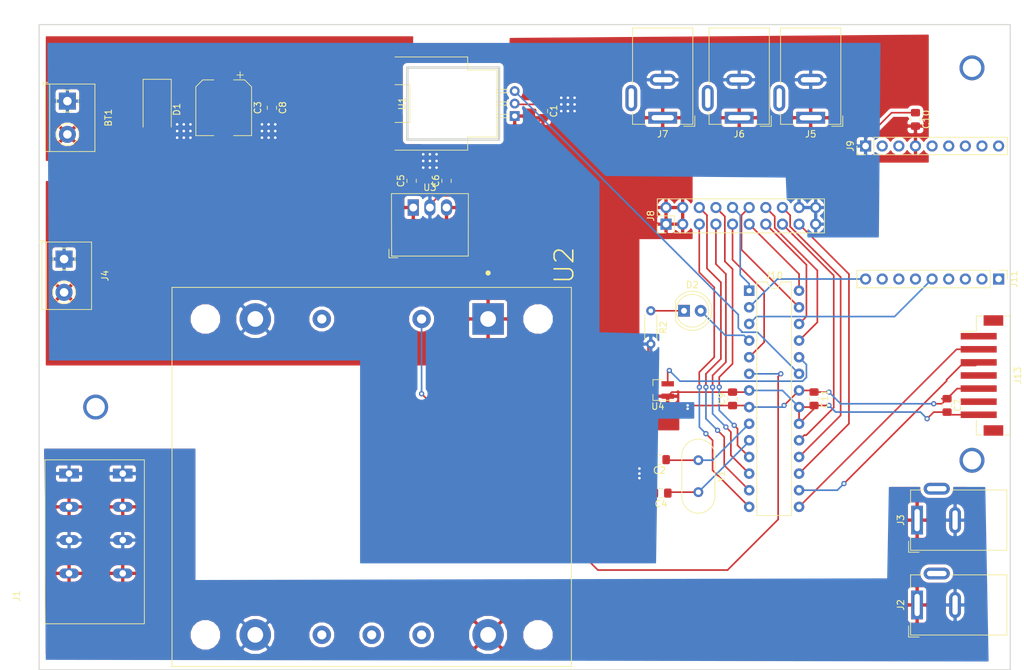
<source format=kicad_pcb>
(kicad_pcb (version 20171130) (host pcbnew "(5.0.0)")
  (layers (0 F.Cu signal) (31 B.Cu signal) (34 B.Paste user) (35 F.Paste user) (36 B.SilkS user) (37 F.SilkS user) (38 B.Mask user) (39 F.Mask user) (44 Edge.Cuts user))
  (net 0 "")
  (net 1 "Net-(C2-Pad1)")
  (net 2 "Net-(C4-Pad1)")
  (net 3 "Net-(D2-Pad1)")
  (net 4 12v-)
  (net 5 12v+)
  (net 6 24v)
  (net 7 "Net-(J10-Pad14)")
  (net 8 "Net-(J10-Pad13)")
  (net 9 "Net-(J10-Pad12)")
  (net 10 "Net-(J10-Pad11)")
  (net 11 "Net-(J10-Pad5)")
  (net 12 Rx)
  (net 13 Tx)
  (net 14 ISense)
  (net 15 TempSense)
  (net 16 "Net-(J10-Pad25)")
  (net 17 "Net-(J10-Pad26)")
  (net 18 "Net-(J10-Pad1)")
  (net 19 "Net-(J10-Pad17)")
  (net 20 "Net-(J10-Pad18)")
  (net 21 "Net-(J10-Pad19)")
  (net 22 RX1)
  (net 23 TX1)
  (net 24 5v+)
  (net 25 "Net-(BT1-Pad2)")
  (net 26 "Net-(D2-Pad2)")
  (net 27 ONoff)
  (net 28 GND)
  (net 29 "Net-(J10-Pad28)")
  (net 30 "Net-(J10-Pad27)")
  (module Package_DIP:DIP-28_W7.62mm (layer F.Cu) (at 129.032 72.898)
    (fp_text reference J10 (at 3.81 -2.33) (layer F.SilkS))
    (fp_text value "Atmega Holder")
    (pad 1 thru_hole rect (at 0 0) (size 1.6 1.6) (drill 0.8) (layers *.Cu *.Mask) (net 18 "Net-(J10-Pad1)"))
    (pad 15 thru_hole oval (at 7.62 33.02) (size 1.6 1.6) (drill 0.8) (layers *.Cu *.Mask) (net 22 RX1))
    (pad 2 thru_hole oval (at 0 2.54) (size 1.6 1.6) (drill 0.8) (layers *.Cu *.Mask) (net 12 Rx))
    (pad 16 thru_hole oval (at 7.62 30.48) (size 1.6 1.6) (drill 0.8) (layers *.Cu *.Mask) (net 23 TX1))
    (pad 3 thru_hole oval (at 0 5.08) (size 1.6 1.6) (drill 0.8) (layers *.Cu *.Mask) (net 13 Tx))
    (pad 17 thru_hole oval (at 7.62 27.94) (size 1.6 1.6) (drill 0.8) (layers *.Cu *.Mask) (net 19 "Net-(J10-Pad17)"))
    (pad 4 thru_hole oval (at 0 7.62) (size 1.6 1.6) (drill 0.8) (layers *.Cu *.Mask) (net 26 "Net-(D2-Pad2)"))
    (pad 18 thru_hole oval (at 7.62 25.4) (size 1.6 1.6) (drill 0.8) (layers *.Cu *.Mask) (net 20 "Net-(J10-Pad18)"))
    (pad 5 thru_hole oval (at 0 10.16) (size 1.6 1.6) (drill 0.8) (layers *.Cu *.Mask) (net 11 "Net-(J10-Pad5)"))
    (pad 19 thru_hole oval (at 7.62 22.86) (size 1.6 1.6) (drill 0.8) (layers *.Cu *.Mask) (net 21 "Net-(J10-Pad19)"))
    (pad 6 thru_hole oval (at 0 12.7) (size 1.6 1.6) (drill 0.8) (layers *.Cu *.Mask) (net 27 ONoff))
    (pad 20 thru_hole oval (at 7.62 20.32) (size 1.6 1.6) (drill 0.8) (layers *.Cu *.Mask) (net 24 5v+))
    (pad 7 thru_hole oval (at 0 15.24) (size 1.6 1.6) (drill 0.8) (layers *.Cu *.Mask) (net 24 5v+))
    (pad 21 thru_hole oval (at 7.62 17.78) (size 1.6 1.6) (drill 0.8) (layers *.Cu *.Mask) (net 24 5v+))
    (pad 8 thru_hole oval (at 0 17.78) (size 1.6 1.6) (drill 0.8) (layers *.Cu *.Mask) (net 28 GND))
    (pad 22 thru_hole oval (at 7.62 15.24) (size 1.6 1.6) (drill 0.8) (layers *.Cu *.Mask) (net 28 GND))
    (pad 9 thru_hole oval (at 0 20.32) (size 1.6 1.6) (drill 0.8) (layers *.Cu *.Mask) (net 1 "Net-(C2-Pad1)"))
    (pad 23 thru_hole oval (at 7.62 12.7) (size 1.6 1.6) (drill 0.8) (layers *.Cu *.Mask) (net 14 ISense))
    (pad 10 thru_hole oval (at 0 22.86) (size 1.6 1.6) (drill 0.8) (layers *.Cu *.Mask) (net 2 "Net-(C4-Pad1)"))
    (pad 24 thru_hole oval (at 7.62 10.16) (size 1.6 1.6) (drill 0.8) (layers *.Cu *.Mask) (net 15 TempSense))
    (pad 11 thru_hole oval (at 0 25.4) (size 1.6 1.6) (drill 0.8) (layers *.Cu *.Mask) (net 10 "Net-(J10-Pad11)"))
    (pad 25 thru_hole oval (at 7.62 7.62) (size 1.6 1.6) (drill 0.8) (layers *.Cu *.Mask) (net 16 "Net-(J10-Pad25)"))
    (pad 12 thru_hole oval (at 0 27.94) (size 1.6 1.6) (drill 0.8) (layers *.Cu *.Mask) (net 9 "Net-(J10-Pad12)"))
    (pad 26 thru_hole oval (at 7.62 5.08) (size 1.6 1.6) (drill 0.8) (layers *.Cu *.Mask) (net 17 "Net-(J10-Pad26)"))
    (pad 13 thru_hole oval (at 0 30.48) (size 1.6 1.6) (drill 0.8) (layers *.Cu *.Mask) (net 8 "Net-(J10-Pad13)"))
    (pad 27 thru_hole oval (at 7.62 2.54) (size 1.6 1.6) (drill 0.8) (layers *.Cu *.Mask) (net 30 "Net-(J10-Pad27)"))
    (pad 14 thru_hole oval (at 0 33.02) (size 1.6 1.6) (drill 0.8) (layers *.Cu *.Mask) (net 7 "Net-(J10-Pad14)"))
    (pad 28 thru_hole oval (at 7.62 0) (size 1.6 1.6) (drill 0.8) (layers *.Cu *.Mask) (net 29 "Net-(J10-Pad28)"))
  )
  (module Capacitor_SMD:C_0805_2012Metric_Pad1.15x1.40mm_HandSolder (layer F.Cu) (at 97.536 45.466 270)
    (fp_text reference C1 (at 0 -1.65 270) (layer F.SilkS))
    (fp_text value 100nF)
    (pad 1 smd roundrect (at -1.025 0 270) (size 1.15 1.4) (layers F.Cu F.Paste F.Mask) (roundrect_rratio 0.217391) (net 28 GND))
    (pad 2 smd roundrect (at 1.025 0 270) (size 1.15 1.4) (layers F.Cu F.Paste F.Mask) (roundrect_rratio 0.217391) (net 24 5v+))
  )
  (module Capacitor_SMD:CP_Elec_8x10 (layer F.Cu) (at 48.768 44.958 270)
    (fp_text reference C3 (at 0 -5.2 270) (layer F.SilkS))
    (fp_text value 220uF)
    (pad 1 smd rect (at -3.25 0 270) (size 3.5 2.5) (layers F.Cu F.Paste F.Mask) (net 25 "Net-(BT1-Pad2)"))
    (pad 2 smd rect (at 3.25 0 270) (size 3.5 2.5) (layers F.Cu F.Paste F.Mask) (net 28 GND))
  )
  (module Diode_SMD:D_SMB_Handsoldering (layer F.Cu) (at 38.608 45.212 270)
    (fp_text reference D1 (at 0 -3 270) (layer F.SilkS))
    (fp_text value D_Zener)
    (pad 1 smd rect (at -2.7 0 270) (size 3.5 2.3) (layers F.Cu F.Paste F.Mask) (net 25 "Net-(BT1-Pad2)"))
    (pad 2 smd rect (at 2.7 0 270) (size 3.5 2.3) (layers F.Cu F.Paste F.Mask) (net 28 GND))
  )
  (module LED_THT:LED_D5.0mm_IRGrey (layer F.Cu) (at 119.084059 75.968813)
    (fp_text reference D2 (at 1.27 -3.96) (layer F.SilkS))
    (fp_text value LED)
    (pad 1 thru_hole rect (at 0 0) (size 1.8 1.8) (drill 0.9) (layers *.Cu *.Mask) (net 3 "Net-(D2-Pad1)"))
    (pad 2 thru_hole circle (at 2.54 0) (size 1.8 1.8) (drill 0.9) (layers *.Cu *.Mask) (net 26 "Net-(D2-Pad2)"))
  )
  (module TerminalBlocks:TerminalBlock_Big4pin (layer F.Cu) (at 25.146 100.838 270)
    (fp_text reference J1 (at 18.7 8 270) (layer F.SilkS))
    (fp_text value Screw_Terminal_01x04)
    (pad 1 thru_hole rect (at 0 0 270) (size 1.5 3) (drill 1) (layers *.Cu *.Mask) (net 4 12v-))
    (pad 1 thru_hole rect (at 0 -8.2 270) (size 1.5 3) (drill 1) (layers *.Cu *.Mask) (net 4 12v-))
    (pad 2 thru_hole oval (at 5.08 0 270) (size 1.5 3) (drill 1) (layers *.Cu *.Mask) (net 5 12v+))
    (pad 2 thru_hole oval (at 5.08 -8.2 270) (size 1.5 3) (drill 1) (layers *.Cu *.Mask) (net 5 12v+))
    (pad 3 thru_hole oval (at 10.16 0 270) (size 1.5 3) (drill 1) (layers *.Cu *.Mask) (net 4 12v-))
    (pad 3 thru_hole oval (at 10.16 -8.2 270) (size 1.5 3) (drill 1) (layers *.Cu *.Mask) (net 4 12v-))
    (pad 4 thru_hole oval (at 15.24 0 270) (size 1.5 3) (drill 1) (layers *.Cu *.Mask) (net 5 12v+))
    (pad 4 thru_hole oval (at 15.24 -8.2 270) (size 1.5 3) (drill 1) (layers *.Cu *.Mask) (net 5 12v+))
  )
  (module TerminalBlocks:TerminalBlock_1x02_P5.08mm_Horizontal (layer F.Cu) (at 24.384 68.072 270)
    (fp_text reference J4 (at 2.54 -6.26 270) (layer F.SilkS))
    (fp_text value Screw_Terminal_01x02)
    (pad 1 thru_hole rect (at 0 0 270) (size 2.6 2.6) (drill 1.3) (layers *.Cu *.Mask) (net 28 GND))
    (pad 2 thru_hole circle (at 5.08 0 270) (size 2.6 2.6) (drill 1.3) (layers *.Cu *.Mask) (net 6 24v))
  )
  (module Connector_PinHeader_2.54mm:PinHeader_1x09_P2.54mm_Vertical (layer F.Cu) (at 146.812 50.8 90)
    (fp_text reference J9 (at 0 -2.33 90) (layer F.SilkS))
    (fp_text value "Breakout L")
    (pad 1 thru_hole rect (at 0 0 90) (size 1.7 1.7) (drill 1) (layers *.Cu *.Mask) (net 28 GND))
    (pad 2 thru_hole oval (at 0 2.54 90) (size 1.7 1.7) (drill 1) (layers *.Cu *.Mask))
    (pad 3 thru_hole oval (at 0 5.08 90) (size 1.7 1.7) (drill 1) (layers *.Cu *.Mask))
    (pad 4 thru_hole oval (at 0 7.62 90) (size 1.7 1.7) (drill 1) (layers *.Cu *.Mask) (net 24 5v+))
    (pad 5 thru_hole oval (at 0 10.16 90) (size 1.7 1.7) (drill 1) (layers *.Cu *.Mask))
    (pad 6 thru_hole oval (at 0 12.7 90) (size 1.7 1.7) (drill 1) (layers *.Cu *.Mask))
    (pad 7 thru_hole oval (at 0 15.24 90) (size 1.7 1.7) (drill 1) (layers *.Cu *.Mask))
    (pad 8 thru_hole oval (at 0 17.78 90) (size 1.7 1.7) (drill 1) (layers *.Cu *.Mask))
    (pad 9 thru_hole oval (at 0 20.32 90) (size 1.7 1.7) (drill 1) (layers *.Cu *.Mask))
  )
  (module Connector_PinHeader_2.54mm:PinHeader_1x09_P2.54mm_Vertical (layer F.Cu) (at 167.132 71.12 270)
    (fp_text reference J11 (at 0 -2.33 270) (layer F.SilkS))
    (fp_text value "Breakout R")
    (pad 9 thru_hole oval (at 0 20.32 270) (size 1.7 1.7) (drill 1) (layers *.Cu *.Mask) (net 12 Rx))
    (pad 8 thru_hole oval (at 0 17.78 270) (size 1.7 1.7) (drill 1) (layers *.Cu *.Mask))
    (pad 7 thru_hole oval (at 0 15.24 270) (size 1.7 1.7) (drill 1) (layers *.Cu *.Mask))
    (pad 6 thru_hole oval (at 0 12.7 270) (size 1.7 1.7) (drill 1) (layers *.Cu *.Mask))
    (pad 5 thru_hole oval (at 0 10.16 270) (size 1.7 1.7) (drill 1) (layers *.Cu *.Mask) (net 13 Tx))
    (pad 4 thru_hole oval (at 0 7.62 270) (size 1.7 1.7) (drill 1) (layers *.Cu *.Mask))
    (pad 3 thru_hole oval (at 0 5.08 270) (size 1.7 1.7) (drill 1) (layers *.Cu *.Mask))
    (pad 2 thru_hole oval (at 0 2.54 270) (size 1.7 1.7) (drill 1) (layers *.Cu *.Mask))
    (pad 1 thru_hole rect (at 0 0 270) (size 1.7 1.7) (drill 1) (layers *.Cu *.Mask))
  )
  (module Connector_JST:JST_PH_B7B-PH-SM4-TB_1x07-1MP_P2.00mm_Vertical (layer F.Cu) (at 164.592 85.852 270)
    (fp_text reference J13 (at 0 -5.45 270) (layer F.SilkS))
    (fp_text value "JST serial")
    (pad 1 smd rect (at -6 0.5 270) (size 1 5.5) (layers F.Cu F.Paste F.Mask))
    (pad 2 smd rect (at -4 0.5 270) (size 1 5.5) (layers F.Cu F.Paste F.Mask) (net 22 RX1))
    (pad 3 smd rect (at -2 0.5 270) (size 1 5.5) (layers F.Cu F.Paste F.Mask) (net 23 TX1))
    (pad 4 smd rect (at 0 0.5 270) (size 1 5.5) (layers F.Cu F.Paste F.Mask))
    (pad 5 smd rect (at 2 0.5 270) (size 1 5.5) (layers F.Cu F.Paste F.Mask) (net 28 GND))
    (pad 6 smd rect (at 4 0.5 270) (size 1 5.5) (layers F.Cu F.Paste F.Mask))
    (pad 7 smd rect (at 6 0.5 270) (size 1 5.5) (layers F.Cu F.Paste F.Mask) (net 24 5v+))
    (pad MP smd rect (at -8.4 -1.75 270) (size 1.6 3) (layers F.Cu F.Paste F.Mask))
    (pad MP smd rect (at 8.4 -1.75 270) (size 1.6 3) (layers F.Cu F.Paste F.Mask))
  )
  (module Resistor_THT:R_Axial_DIN0204_L3.6mm_D1.6mm_P5.08mm_Horizontal (layer F.Cu) (at 114.004059 75.968813 270)
    (fp_text reference R2 (at 2.54 -1.92 270) (layer F.SilkS))
    (fp_text value R)
    (pad 1 thru_hole circle (at 0 0 270) (size 1.4 1.4) (drill 0.7) (layers *.Cu *.Mask) (net 3 "Net-(D2-Pad1)"))
    (pad 2 thru_hole oval (at 5.08 0 270) (size 1.4 1.4) (drill 0.7) (layers *.Cu *.Mask) (net 28 GND))
  )
  (module Sensor_Current:Allegro_CB_PSF (layer F.Cu) (at 93.218 46.228 90)
    (fp_text reference U1 (at 1.91 -17.2 90) (layer F.SilkS))
    (fp_text value ACS758)
    (fp_line (start 7.41 -2.4) (end -3.59 -2.4) (layer Edge.Cuts) (width 0.381))
    (fp_line (start -3.59 -2.4) (end -3.59 -16.4) (layer Edge.Cuts) (width 0.381))
    (fp_line (start 7.41 -16.4) (end 7.41 -2.4) (layer Edge.Cuts) (width 0.381))
    (fp_line (start -3.59 -16.4) (end 7.41 -16.4) (layer Edge.Cuts) (width 0.381))
    (pad 2 thru_hole circle (at 1.91 0 90) (size 1.5 1.5) (drill 0.8) (layers *.Cu *.Mask) (net 28 GND))
    (pad 3 thru_hole circle (at 3.82 0 90) (size 1.5 1.5) (drill 0.8) (layers *.Cu *.Mask) (net 14 ISense))
    (pad 1 thru_hole rect (at 0 0 90) (size 1.5 1.5) (drill 0.8) (layers *.Cu *.Mask) (net 24 5v+))
    (pad 4 smd rect (at 6.91 -24.6 90) (size 5.5 12) (layers F.Cu F.Paste F.Mask) (net 25 "Net-(BT1-Pad2)"))
    (pad 5 smd rect (at -3.09 -24.6 90) (size 5.5 12) (layers F.Cu F.Paste F.Mask) (net 6 24v))
  )
  (module VHB200W-Q24-S12:CONV_VHB200W-Q24-S12 (layer F.Cu) (at 71.374 101.346 270)
    (fp_text reference U2 (at -29.3211 -31.0753 270) (layer F.SilkS) (effects (font (size 2.856925 2.856925) (thickness 0.240583)) (justify left bottom)))
    (fp_text value VHB200W-Q24-S12)
    (pad 1 thru_hole rect (at -24.125 -17.78 180) (size 4.8 4.8) (drill 2.4) (layers *.Cu *.Mask) (net 6 24v))
    (pad 2 thru_hole circle (at -24.125 -7.62 180) (size 2.8 2.8) (drill 1.4) (layers *.Cu *.Mask) (net 27 ONoff))
    (pad 3 thru_hole circle (at -24.125 7.62 180) (size 2.8 2.8) (drill 1.4) (layers *.Cu *.Mask))
    (pad 4 thru_hole circle (at -24.125 17.78 180) (size 4.8 4.8) (drill 2.4) (layers *.Cu *.Mask) (net 28 GND))
    (pad 5 thru_hole circle (at 24.125 17.78 180) (size 4.8 4.8) (drill 2.4) (layers *.Cu *.Mask) (net 4 12v-))
    (pad 6 thru_hole circle (at 24.125 7.62 180) (size 2.8 2.8) (drill 1.4) (layers *.Cu *.Mask))
    (pad 7 thru_hole circle (at 24.125 0 180) (size 2.8 2.8) (drill 1.4) (layers *.Cu *.Mask))
    (pad 8 thru_hole circle (at 24.125 -7.62 180) (size 2.8 2.8) (drill 1.4) (layers *.Cu *.Mask))
    (pad 9 thru_hole circle (at 24.125 -17.78 180) (size 4.8 4.8) (drill 2.4) (layers *.Cu *.Mask) (net 5 12v+))
    (pad "" np_thru_hole circle (at -24.125 -25.4 270) (size 3.5 3.5) (drill 3.5) (layers *.Cu))
    (pad "" np_thru_hole circle (at 24.125 -25.4 270) (size 3.5 3.5) (drill 3.5) (layers *.Cu))
    (pad "" np_thru_hole circle (at 24.125 25.4 270) (size 3.5 3.5) (drill 3.5) (layers *.Cu))
    (pad "" np_thru_hole circle (at -24.125 25.4 270) (size 3.5 3.5) (drill 3.5) (layers *.Cu))
  )
  (module Package_TO_SOT_SMD:SOT-23_Handsoldering (layer F.Cu) (at 115.086 88.072 180)
    (fp_text reference U4 (at 0 -2.5 180) (layer F.SilkS))
    (fp_text value "Temp sense")
    (pad 1 smd rect (at -1.5 -0.95 180) (size 1.9 0.8) (layers F.Cu F.Paste F.Mask) (net 24 5v+))
    (pad 2 smd rect (at -1.5 0.95 180) (size 1.9 0.8) (layers F.Cu F.Paste F.Mask) (net 15 TempSense))
    (pad 3 smd rect (at 1.5 0 180) (size 1.9 0.8) (layers F.Cu F.Paste F.Mask) (net 28 GND))
  )
  (module Crystal:Crystal_HC49-U_Vertical (layer F.Cu) (at 121.268574 98.79554 270)
    (fp_text reference Y1 (at 2.44 -3.525 270) (layer F.SilkS))
    (fp_text value Crystal)
    (pad 1 thru_hole circle (at 0 0 270) (size 1.5 1.5) (drill 0.8) (layers *.Cu *.Mask) (net 1 "Net-(C2-Pad1)"))
    (pad 2 thru_hole circle (at 4.88 0 270) (size 1.5 1.5) (drill 0.8) (layers *.Cu *.Mask) (net 2 "Net-(C4-Pad1)"))
  )
  (module TerminalBlocks:TerminalBlock_1x02_P5.08mm_Horizontal (layer F.Cu) (at 24.892 43.942 270)
    (fp_text reference BT1 (at 2.54 -6.26 270) (layer F.SilkS))
    (fp_text value 24vin)
    (pad 1 thru_hole rect (at 0 0 270) (size 2.6 2.6) (drill 1.3) (layers *.Cu *.Mask) (net 28 GND))
    (pad 2 thru_hole circle (at 5.08 0 270) (size 2.6 2.6) (drill 1.3) (layers *.Cu *.Mask) (net 25 "Net-(BT1-Pad2)"))
  )
  (module Capacitor_SMD:C_0805_2012Metric_Pad1.15x1.40mm_HandSolder (layer F.Cu) (at 77.47 56.125 90)
    (fp_text reference C5 (at 0 -1.65 90) (layer F.SilkS))
    (fp_text value 10pF)
    (pad 1 smd roundrect (at -1.025 0 90) (size 1.15 1.4) (layers F.Cu F.Paste F.Mask) (roundrect_rratio 0.217391) (net 6 24v))
    (pad 2 smd roundrect (at 1.025 0 90) (size 1.15 1.4) (layers F.Cu F.Paste F.Mask) (roundrect_rratio 0.217391) (net 28 GND))
  )
  (module Capacitor_SMD:C_0805_2012Metric_Pad1.15x1.40mm_HandSolder (layer F.Cu) (at 82.804 56.125 90)
    (fp_text reference C6 (at 0 -1.65 90) (layer F.SilkS))
    (fp_text value 10pF)
    (pad 2 smd roundrect (at 1.025 0 90) (size 1.15 1.4) (layers F.Cu F.Paste F.Mask) (roundrect_rratio 0.217391) (net 28 GND))
    (pad 1 smd roundrect (at -1.025 0 90) (size 1.15 1.4) (layers F.Cu F.Paste F.Mask) (roundrect_rratio 0.217391) (net 24 5v+))
  )
  (module Connector_PinHeader_2.54mm:PinHeader_2x10_P2.54mm_Vertical (layer F.Cu) (at 116.332 62.738 90)
    (fp_text reference J8 (at 1.27 -2.33 90) (layer F.SilkS))
    (fp_text value "Gpio out")
    (pad 1 thru_hole rect (at 0 0 90) (size 1.7 1.7) (drill 1) (layers *.Cu *.Mask) (net 24 5v+))
    (pad 2 thru_hole oval (at 2.54 0 90) (size 1.7 1.7) (drill 1) (layers *.Cu *.Mask) (net 24 5v+))
    (pad 3 thru_hole oval (at 0 2.54 90) (size 1.7 1.7) (drill 1) (layers *.Cu *.Mask) (net 24 5v+))
    (pad 4 thru_hole oval (at 2.54 2.54 90) (size 1.7 1.7) (drill 1) (layers *.Cu *.Mask) (net 24 5v+))
    (pad 5 thru_hole oval (at 0 5.08 90) (size 1.7 1.7) (drill 1) (layers *.Cu *.Mask) (net 7 "Net-(J10-Pad14)"))
    (pad 6 thru_hole oval (at 2.54 5.08 90) (size 1.7 1.7) (drill 1) (layers *.Cu *.Mask) (net 8 "Net-(J10-Pad13)"))
    (pad 7 thru_hole oval (at 0 7.62 90) (size 1.7 1.7) (drill 1) (layers *.Cu *.Mask) (net 9 "Net-(J10-Pad12)"))
    (pad 8 thru_hole oval (at 2.54 7.62 90) (size 1.7 1.7) (drill 1) (layers *.Cu *.Mask) (net 10 "Net-(J10-Pad11)"))
    (pad 9 thru_hole oval (at 0 10.16 90) (size 1.7 1.7) (drill 1) (layers *.Cu *.Mask) (net 11 "Net-(J10-Pad5)"))
    (pad 10 thru_hole oval (at 2.54 10.16 90) (size 1.7 1.7) (drill 1) (layers *.Cu *.Mask) (net 18 "Net-(J10-Pad1)"))
    (pad 11 thru_hole oval (at 0 12.7 90) (size 1.7 1.7) (drill 1) (layers *.Cu *.Mask) (net 29 "Net-(J10-Pad28)"))
    (pad 12 thru_hole oval (at 2.54 12.7 90) (size 1.7 1.7) (drill 1) (layers *.Cu *.Mask) (net 30 "Net-(J10-Pad27)"))
    (pad 13 thru_hole oval (at 0 15.24 90) (size 1.7 1.7) (drill 1) (layers *.Cu *.Mask) (net 17 "Net-(J10-Pad26)"))
    (pad 14 thru_hole oval (at 2.54 15.24 90) (size 1.7 1.7) (drill 1) (layers *.Cu *.Mask) (net 16 "Net-(J10-Pad25)"))
    (pad 15 thru_hole oval (at 0 17.78 90) (size 1.7 1.7) (drill 1) (layers *.Cu *.Mask) (net 21 "Net-(J10-Pad19)"))
    (pad 16 thru_hole oval (at 2.54 17.78 90) (size 1.7 1.7) (drill 1) (layers *.Cu *.Mask) (net 20 "Net-(J10-Pad18)"))
    (pad 17 thru_hole oval (at 0 20.32 90) (size 1.7 1.7) (drill 1) (layers *.Cu *.Mask) (net 19 "Net-(J10-Pad17)"))
    (pad 18 thru_hole oval (at 2.54 20.32 90) (size 1.7 1.7) (drill 1) (layers *.Cu *.Mask) (net 28 GND))
    (pad 19 thru_hole oval (at 0 22.86 90) (size 1.7 1.7) (drill 1) (layers *.Cu *.Mask) (net 28 GND))
    (pad 20 thru_hole oval (at 2.54 22.86 90) (size 1.7 1.7) (drill 1) (layers *.Cu *.Mask) (net 28 GND))
  )
  (module TerminalBlocks:V7805-1000 (layer F.Cu) (at 77.724 60.198)
    (fp_text reference U3 (at 2.54 -3.06) (layer F.SilkS))
    (fp_text value V7805-1000)
    (pad 1 thru_hole rect (at 0 0) (size 1.7 2.5) (drill 1.2) (layers *.Cu *.Mask) (net 6 24v))
    (pad 2 thru_hole oval (at 2.54 0) (size 1.7 2.5) (drill 1.2) (layers *.Cu *.Mask) (net 28 GND))
    (pad 3 thru_hole oval (at 5.08 0) (size 1.7 2.5) (drill 1.2) (layers *.Cu *.Mask) (net 24 5v+))
  )
  (module Capacitor_SMD:C_0805_2012Metric_Pad1.15x1.40mm_HandSolder (layer F.Cu) (at 159.258 90.424 270)
    (fp_text reference C7 (at 0 -1.65 270) (layer F.SilkS))
    (fp_text value 100nF)
    (pad 1 smd roundrect (at -1.025 0 270) (size 1.15 1.4) (layers F.Cu F.Paste F.Mask) (roundrect_rratio 0.217391) (net 28 GND))
    (pad 2 smd roundrect (at 1.025 0 270) (size 1.15 1.4) (layers F.Cu F.Paste F.Mask) (roundrect_rratio 0.217391) (net 24 5v+))
  )
  (module Capacitor_SMD:C_0805_2012Metric_Pad1.15x1.40mm_HandSolder (layer F.Cu) (at 56.134 44.958 270)
    (fp_text reference C8 (at 0 -1.65 270) (layer F.SilkS))
    (fp_text value "10 uF")
    (pad 2 smd roundrect (at 1.025 0 270) (size 1.15 1.4) (layers F.Cu F.Paste F.Mask) (roundrect_rratio 0.217391) (net 28 GND))
    (pad 1 smd roundrect (at -1.025 0 270) (size 1.15 1.4) (layers F.Cu F.Paste F.Mask) (roundrect_rratio 0.217391) (net 25 "Net-(BT1-Pad2)"))
  )
  (module Capacitor_SMD:C_0805_2012Metric_Pad1.15x1.40mm_HandSolder (layer F.Cu) (at 126.492 89.417 90)
    (fp_text reference C9 (at 0 -1.65 90) (layer F.SilkS))
    (fp_text value 100nF)
    (pad 1 smd roundrect (at -1.025 0 90) (size 1.15 1.4) (layers F.Cu F.Paste F.Mask) (roundrect_rratio 0.217391) (net 28 GND))
    (pad 2 smd roundrect (at 1.025 0 90) (size 1.15 1.4) (layers F.Cu F.Paste F.Mask) (roundrect_rratio 0.217391) (net 24 5v+))
  )
  (module Capacitor_SMD:C_0805_2012Metric_Pad1.15x1.40mm_HandSolder (layer F.Cu) (at 154.432 46.736 270)
    (fp_text reference C10 (at 0 -1.65 270) (layer F.SilkS))
    (fp_text value 100nF)
    (pad 2 smd roundrect (at 1.025 0 270) (size 1.15 1.4) (layers F.Cu F.Paste F.Mask) (roundrect_rratio 0.217391) (net 24 5v+))
    (pad 1 smd roundrect (at -1.025 0 270) (size 1.15 1.4) (layers F.Cu F.Paste F.Mask) (roundrect_rratio 0.217391) (net 28 GND))
  )
  (module Capacitor_SMD:C_0805_2012Metric_Pad1.15x1.40mm_HandSolder (layer F.Cu) (at 138.938 89.408 270)
    (fp_text reference C11 (at 0 -1.65 270) (layer F.SilkS))
    (fp_text value 100nF)
    (pad 1 smd roundrect (at -1.025 0 270) (size 1.15 1.4) (layers F.Cu F.Paste F.Mask) (roundrect_rratio 0.217391) (net 28 GND))
    (pad 2 smd roundrect (at 1.025 0 270) (size 1.15 1.4) (layers F.Cu F.Paste F.Mask) (roundrect_rratio 0.217391) (net 24 5v+))
  )
  (module Capacitor_SMD:C_0805_2012Metric_Pad1.15x1.40mm_HandSolder (layer F.Cu) (at 115.325 98.708598 180)
    (fp_text reference C2 (at 0 -1.65 180) (layer F.SilkS))
    (fp_text value 22pF)
    (pad 2 smd roundrect (at 1.025 0 180) (size 1.15 1.4) (layers F.Cu F.Paste F.Mask) (roundrect_rratio 0.217391) (net 28 GND))
    (pad 1 smd roundrect (at -1.025 0 180) (size 1.15 1.4) (layers F.Cu F.Paste F.Mask) (roundrect_rratio 0.217391) (net 1 "Net-(C2-Pad1)"))
  )
  (module Capacitor_SMD:C_0805_2012Metric_Pad1.15x1.40mm_HandSolder (layer F.Cu) (at 115.579 103.818598 180)
    (fp_text reference C4 (at 0 -1.65 180) (layer F.SilkS))
    (fp_text value 22pF)
    (pad 1 smd roundrect (at -1.025 0 180) (size 1.15 1.4) (layers F.Cu F.Paste F.Mask) (roundrect_rratio 0.217391) (net 2 "Net-(C4-Pad1)"))
    (pad 2 smd roundrect (at 1.025 0 180) (size 1.15 1.4) (layers F.Cu F.Paste F.Mask) (roundrect_rratio 0.217391) (net 28 GND))
  )
  (module Connector_BarrelJack:BarrelJack_Wuerth_6941xx301002 (layer F.Cu) (at 154.686 120.904 90)
    (fp_text reference J2 (at 0 -2.5 90) (layer F.SilkS))
    (fp_text value Barrel_Jack)
    (pad 3 thru_hole oval (at 4.8 3 180) (size 4 1.8) (drill oval 3 0.8) (layers *.Cu *.Mask))
    (pad 2 thru_hole oval (at 0 5.8 90) (size 4 1.8) (drill oval 3 0.8) (layers *.Cu *.Mask) (net 4 12v-))
    (pad 1 thru_hole rect (at 0 0 90) (size 4.4 1.8) (drill oval 3.4 0.8) (layers *.Cu *.Mask) (net 5 12v+))
  )
  (module Connector_BarrelJack:BarrelJack_Wuerth_6941xx301002 (layer F.Cu) (at 154.686 107.95 90)
    (fp_text reference J3 (at 0 -2.5 90) (layer F.SilkS))
    (fp_text value Barrel_Jack)
    (pad 1 thru_hole rect (at 0 0 90) (size 4.4 1.8) (drill oval 3.4 0.8) (layers *.Cu *.Mask) (net 5 12v+))
    (pad 2 thru_hole oval (at 0 5.8 90) (size 4 1.8) (drill oval 3 0.8) (layers *.Cu *.Mask) (net 4 12v-))
    (pad 3 thru_hole oval (at 4.8 3 180) (size 4 1.8) (drill oval 3 0.8) (layers *.Cu *.Mask))
  )
  (module Connector_BarrelJack:BarrelJack_Wuerth_6941xx301002 (layer F.Cu) (at 138.43 46.482 180)
    (fp_text reference J5 (at 0 -2.5 180) (layer F.SilkS))
    (fp_text value Barrel_Jack)
    (pad 3 thru_hole oval (at 4.8 3 270) (size 4 1.8) (drill oval 3 0.8) (layers *.Cu *.Mask))
    (pad 2 thru_hole oval (at 0 5.8 180) (size 4 1.8) (drill oval 3 0.8) (layers *.Cu *.Mask) (net 28 GND))
    (pad 1 thru_hole rect (at 0 0 180) (size 4.4 1.8) (drill oval 3.4 0.8) (layers *.Cu *.Mask) (net 24 5v+))
  )
  (module Connector_BarrelJack:BarrelJack_Wuerth_6941xx301002 (layer F.Cu) (at 127.508 46.482 180)
    (fp_text reference J6 (at 0 -2.5 180) (layer F.SilkS))
    (fp_text value Barrel_Jack)
    (pad 3 thru_hole oval (at 4.8 3 270) (size 4 1.8) (drill oval 3 0.8) (layers *.Cu *.Mask))
    (pad 2 thru_hole oval (at 0 5.8 180) (size 4 1.8) (drill oval 3 0.8) (layers *.Cu *.Mask) (net 28 GND))
    (pad 1 thru_hole rect (at 0 0 180) (size 4.4 1.8) (drill oval 3.4 0.8) (layers *.Cu *.Mask) (net 24 5v+))
  )
  (module Connector_BarrelJack:BarrelJack_Wuerth_6941xx301002 (layer F.Cu) (at 115.824 46.482 180)
    (fp_text reference J7 (at 0 -2.5 180) (layer F.SilkS))
    (fp_text value Barrel_Jack)
    (pad 1 thru_hole rect (at 0 0 180) (size 4.4 1.8) (drill oval 3.4 0.8) (layers *.Cu *.Mask) (net 24 5v+))
    (pad 2 thru_hole oval (at 0 5.8 180) (size 4 1.8) (drill oval 3 0.8) (layers *.Cu *.Mask) (net 28 GND))
    (pad 3 thru_hole oval (at 4.8 3 270) (size 4 1.8) (drill oval 3 0.8) (layers *.Cu *.Mask))
  )
  (gr_line (start 20.574 32.258) (end 20.574 130.81) (layer Edge.Cuts) (width 0.15))
  (gr_line (start 168.91 32.258) (end 20.574 32.258) (layer Edge.Cuts) (width 0.15))
  (gr_line (start 168.91 130.81) (end 168.91 32.258) (layer Edge.Cuts) (width 0.15))
  (gr_line (start 20.574 130.81) (end 168.91 130.81) (layer Edge.Cuts) (width 0.15))
  (via (at 163.068 38.862) (size 3.81) (drill 2.794) (layers F.Cu B.Cu) (net 0))
  (via (at 29.21 90.678) (size 3.81) (drill 2.794) (layers F.Cu B.Cu) (net 0))
  (via (at 163.068 98.806) (size 3.81) (drill 2.794) (layers F.Cu B.Cu) (net 0))
  (segment (start 116.211414 98.79554) (end 116.124472 98.708598) (width 0.25) (layer F.Cu) (net 1))
  (segment (start 121.268574 98.79554) (end 116.211414 98.79554) (width 0.25) (layer F.Cu) (net 1))
  (segment (start 123.45446 98.79554) (end 129.032 93.218) (width 0.25) (layer B.Cu) (net 1))
  (segment (start 121.268574 98.79554) (end 123.45446 98.79554) (width 0.25) (layer B.Cu) (net 1))
  (segment (start 116.26753 103.67554) (end 116.124472 103.818598) (width 0.25) (layer F.Cu) (net 2))
  (segment (start 121.268574 103.67554) (end 116.26753 103.67554) (width 0.25) (layer F.Cu) (net 2))
  (segment (start 129.032 95.912114) (end 129.032 95.758) (width 0.25) (layer B.Cu) (net 2))
  (segment (start 121.268574 103.67554) (end 129.032 95.912114) (width 0.25) (layer B.Cu) (net 2))
  (segment (start 117.934059 75.968813) (end 114.004059 75.968813) (width 0.25) (layer F.Cu) (net 3))
  (segment (start 119.084059 75.968813) (end 117.934059 75.968813) (width 0.25) (layer F.Cu) (net 3))
  (segment (start 77.724 59.798) (end 77.724 60.198) (width 0.25) (layer F.Cu) (net 6))
  (segment (start 129.032 105.918) (end 128.232001 105.118001) (width 0.25) (layer F.Cu) (net 7))
  (segment (start 128.232001 105.118001) (end 123.444 100.33) (width 0.25) (layer F.Cu) (net 7))
  (via (at 122.428 94.742) (size 0.8) (drill 0.4) (layers F.Cu B.Cu) (net 7))
  (segment (start 123.444 100.33) (end 123.444 95.758) (width 0.25) (layer F.Cu) (net 7))
  (segment (start 123.444 95.758) (end 122.428 94.742) (width 0.25) (layer F.Cu) (net 7))
  (via (at 121.427997 87.63) (size 0.8) (drill 0.4) (layers F.Cu B.Cu) (net 7))
  (segment (start 122.428 94.742) (end 121.427997 93.741997) (width 0.25) (layer B.Cu) (net 7))
  (segment (start 121.427997 93.741997) (end 121.427997 87.63) (width 0.25) (layer B.Cu) (net 7))
  (segment (start 121.412 70.104) (end 121.412 62.738) (width 0.25) (layer F.Cu) (net 7))
  (segment (start 121.427997 87.064315) (end 121.412 87.048318) (width 0.25) (layer F.Cu) (net 7))
  (segment (start 121.427997 87.63) (end 121.427997 87.064315) (width 0.25) (layer F.Cu) (net 7))
  (segment (start 121.412 87.048318) (end 121.412 85.344) (width 0.25) (layer F.Cu) (net 7))
  (segment (start 121.412 85.344) (end 123.698 83.058) (width 0.25) (layer F.Cu) (net 7))
  (segment (start 123.698 83.058) (end 123.698 72.39) (width 0.25) (layer F.Cu) (net 7))
  (segment (start 123.698 72.39) (end 121.412 70.104) (width 0.25) (layer F.Cu) (net 7))
  (segment (start 129.032 103.378) (end 128.232001 102.578001) (width 0.25) (layer F.Cu) (net 8))
  (segment (start 128.232001 102.578001) (end 125.222 99.568) (width 0.25) (layer F.Cu) (net 8))
  (via (at 124.206 94.234) (size 0.8) (drill 0.4) (layers F.Cu B.Cu) (net 8))
  (segment (start 125.222 99.568) (end 125.222 95.25) (width 0.25) (layer F.Cu) (net 8))
  (segment (start 125.222 95.25) (end 124.206 94.234) (width 0.25) (layer F.Cu) (net 8))
  (via (at 122.428 87.63) (size 0.8) (drill 0.4) (layers F.Cu B.Cu) (net 8))
  (segment (start 124.206 94.234) (end 122.428 92.456) (width 0.25) (layer B.Cu) (net 8))
  (segment (start 122.428 92.456) (end 122.428 87.63) (width 0.25) (layer B.Cu) (net 8))
  (segment (start 122.261999 61.047999) (end 121.412 60.198) (width 0.25) (layer F.Cu) (net 8))
  (segment (start 122.428 87.63) (end 122.428 85.598) (width 0.25) (layer F.Cu) (net 8))
  (segment (start 122.428 85.598) (end 124.714 83.312) (width 0.25) (layer F.Cu) (net 8))
  (segment (start 124.714 83.312) (end 124.714 71.628) (width 0.25) (layer F.Cu) (net 8))
  (segment (start 124.714 71.628) (end 122.587001 69.501001) (width 0.25) (layer F.Cu) (net 8))
  (segment (start 122.587001 69.501001) (end 122.587001 61.373001) (width 0.25) (layer F.Cu) (net 8))
  (segment (start 122.587001 61.373001) (end 122.261999 61.047999) (width 0.25) (layer F.Cu) (net 8))
  (segment (start 129.032 100.838) (end 128.232001 100.038001) (width 0.25) (layer F.Cu) (net 9))
  (segment (start 128.232001 100.038001) (end 126.238 98.044) (width 0.25) (layer F.Cu) (net 9))
  (via (at 125.476 93.726) (size 0.8) (drill 0.4) (layers F.Cu B.Cu) (net 9))
  (segment (start 126.238 98.044) (end 126.238 94.488) (width 0.25) (layer F.Cu) (net 9))
  (segment (start 126.238 94.488) (end 125.476 93.726) (width 0.25) (layer F.Cu) (net 9))
  (segment (start 125.476 93.726) (end 125.076001 93.326001) (width 0.25) (layer B.Cu) (net 9))
  (via (at 123.444 87.63) (size 0.8) (drill 0.4) (layers F.Cu B.Cu) (net 9))
  (segment (start 125.076001 93.326001) (end 123.444 91.694) (width 0.25) (layer B.Cu) (net 9))
  (segment (start 123.444 91.694) (end 123.444 87.63) (width 0.25) (layer B.Cu) (net 9))
  (segment (start 123.952 68.834) (end 123.952 62.738) (width 0.25) (layer F.Cu) (net 9))
  (segment (start 125.476 70.358) (end 123.952 68.834) (width 0.25) (layer F.Cu) (net 9))
  (segment (start 125.476 83.82) (end 125.476 70.358) (width 0.25) (layer F.Cu) (net 9))
  (segment (start 123.444 87.63) (end 123.444 85.852) (width 0.25) (layer F.Cu) (net 9))
  (segment (start 123.444 85.852) (end 125.476 83.82) (width 0.25) (layer F.Cu) (net 9))
  (segment (start 129.032 98.298) (end 128.232001 97.498001) (width 0.25) (layer F.Cu) (net 10))
  (segment (start 128.232001 97.498001) (end 127.254 96.52) (width 0.25) (layer F.Cu) (net 10))
  (via (at 126.746 93.472) (size 0.8) (drill 0.4) (layers F.Cu B.Cu) (net 10))
  (segment (start 127.254 96.52) (end 127.254 93.98) (width 0.25) (layer F.Cu) (net 10))
  (segment (start 127.254 93.98) (end 126.746 93.472) (width 0.25) (layer F.Cu) (net 10))
  (via (at 124.46 87.63) (size 0.8) (drill 0.4) (layers F.Cu B.Cu) (net 10))
  (segment (start 126.746 93.472) (end 124.46 91.186) (width 0.25) (layer B.Cu) (net 10))
  (segment (start 124.46 91.186) (end 124.46 87.63) (width 0.25) (layer B.Cu) (net 10))
  (segment (start 124.801999 61.047999) (end 123.952 60.198) (width 0.25) (layer F.Cu) (net 10))
  (segment (start 124.46 87.63) (end 124.46 86.106) (width 0.25) (layer F.Cu) (net 10))
  (segment (start 124.46 86.106) (end 126.492 84.074) (width 0.25) (layer F.Cu) (net 10))
  (segment (start 126.492 84.074) (end 126.492 69.596) (width 0.25) (layer F.Cu) (net 10))
  (segment (start 126.492 69.596) (end 125.316999 68.420999) (width 0.25) (layer F.Cu) (net 10))
  (segment (start 125.316999 68.420999) (end 125.316999 61.562999) (width 0.25) (layer F.Cu) (net 10))
  (segment (start 125.316999 61.562999) (end 124.801999 61.047999) (width 0.25) (layer F.Cu) (net 10))
  (segment (start 129.032 83.058) (end 131.318 80.772) (width 0.25) (layer F.Cu) (net 11))
  (segment (start 126.492 63.940081) (end 126.492 62.738) (width 0.25) (layer F.Cu) (net 11))
  (segment (start 126.492 68.172998) (end 126.492 63.940081) (width 0.25) (layer F.Cu) (net 11))
  (segment (start 131.318 72.998998) (end 126.492 68.172998) (width 0.25) (layer F.Cu) (net 11))
  (segment (start 131.318 80.772) (end 131.318 72.998998) (width 0.25) (layer F.Cu) (net 11))
  (segment (start 133.35 71.12) (end 146.812 71.12) (width 0.25) (layer B.Cu) (net 12))
  (segment (start 129.032 75.438) (end 133.35 71.12) (width 0.25) (layer B.Cu) (net 12))
  (segment (start 156.122001 71.969999) (end 156.972 71.12) (width 0.25) (layer B.Cu) (net 13))
  (segment (start 151.239001 76.852999) (end 156.122001 71.969999) (width 0.25) (layer B.Cu) (net 13))
  (segment (start 130.157001 76.852999) (end 151.239001 76.852999) (width 0.25) (layer B.Cu) (net 13))
  (segment (start 129.032 77.978) (end 130.157001 76.852999) (width 0.25) (layer B.Cu) (net 13))
  (segment (start 93.218 42.408) (end 127.373001 76.563001) (width 0.25) (layer B.Cu) (net 14))
  (segment (start 127.373001 78.605001) (end 128.016 79.248) (width 0.25) (layer B.Cu) (net 14))
  (segment (start 127.373001 76.563001) (end 127.373001 78.605001) (width 0.25) (layer B.Cu) (net 14))
  (segment (start 127.884998 79.248) (end 128.016 79.248) (width 0.25) (layer B.Cu) (net 14))
  (segment (start 130.302 79.248) (end 136.652 85.598) (width 0.25) (layer B.Cu) (net 14))
  (segment (start 129.54 79.248) (end 130.302 79.248) (width 0.25) (layer B.Cu) (net 14))
  (segment (start 129.54 79.248) (end 129.794 79.248) (width 0.25) (layer B.Cu) (net 14))
  (segment (start 128.016 79.248) (end 129.54 79.248) (width 0.25) (layer B.Cu) (net 14))
  (via (at 116.84 85.09) (size 0.8) (drill 0.4) (layers F.Cu B.Cu) (net 15))
  (segment (start 116.586 87.122) (end 116.586 85.344) (width 0.25) (layer F.Cu) (net 15))
  (segment (start 116.586 85.344) (end 116.84 85.09) (width 0.25) (layer F.Cu) (net 15))
  (segment (start 137.451999 83.857999) (end 136.652 83.058) (width 0.25) (layer B.Cu) (net 15))
  (segment (start 137.777001 84.183001) (end 137.451999 83.857999) (width 0.25) (layer B.Cu) (net 15))
  (segment (start 137.777001 86.138001) (end 137.777001 84.183001) (width 0.25) (layer B.Cu) (net 15))
  (segment (start 137.192001 86.723001) (end 137.777001 86.138001) (width 0.25) (layer B.Cu) (net 15))
  (segment (start 118.473001 86.723001) (end 137.192001 86.723001) (width 0.25) (layer B.Cu) (net 15))
  (segment (start 116.84 85.09) (end 118.473001 86.723001) (width 0.25) (layer B.Cu) (net 15))
  (segment (start 132.747001 61.373001) (end 131.572 60.198) (width 0.25) (layer F.Cu) (net 16))
  (segment (start 132.936999 61.562999) (end 132.747001 61.373001) (width 0.25) (layer F.Cu) (net 16))
  (segment (start 132.936999 63.302001) (end 132.936999 61.562999) (width 0.25) (layer F.Cu) (net 16))
  (segment (start 139.446 69.811002) (end 132.936999 63.302001) (width 0.25) (layer F.Cu) (net 16))
  (segment (start 136.652 80.518) (end 139.446 77.724) (width 0.25) (layer F.Cu) (net 16))
  (segment (start 139.446 77.724) (end 139.446 69.811002) (width 0.25) (layer F.Cu) (net 16))
  (segment (start 132.421999 63.587999) (end 131.572 62.738) (width 0.25) (layer F.Cu) (net 17))
  (segment (start 137.777001 68.943001) (end 132.421999 63.587999) (width 0.25) (layer F.Cu) (net 17))
  (segment (start 137.777001 76.852999) (end 137.777001 68.943001) (width 0.25) (layer F.Cu) (net 17))
  (segment (start 136.652 77.978) (end 137.777001 76.852999) (width 0.25) (layer F.Cu) (net 17))
  (segment (start 127.087999 60.285999) (end 126.238 59.436) (width 0.25) (layer B.Cu) (net 18))
  (segment (start 127.341999 61.047999) (end 126.492 60.198) (width 0.25) (layer B.Cu) (net 18))
  (segment (start 127.667001 61.373001) (end 127.341999 61.047999) (width 0.25) (layer B.Cu) (net 18))
  (segment (start 127.667001 70.483001) (end 127.667001 61.373001) (width 0.25) (layer B.Cu) (net 18))
  (segment (start 129.032 71.848) (end 127.667001 70.483001) (width 0.25) (layer B.Cu) (net 18))
  (segment (start 129.032 72.898) (end 129.032 71.848) (width 0.25) (layer B.Cu) (net 18))
  (segment (start 141.61602 67.70202) (end 136.652 62.738) (width 0.25) (layer F.Cu) (net 19))
  (segment (start 144.272 70.358) (end 141.61602 67.70202) (width 0.25) (layer F.Cu) (net 19))
  (segment (start 144.272 93.218) (end 144.272 70.358) (width 0.25) (layer F.Cu) (net 19))
  (segment (start 136.652 100.838) (end 144.272 93.218) (width 0.25) (layer F.Cu) (net 19))
  (segment (start 137.451999 97.498001) (end 136.652 98.298) (width 0.25) (layer F.Cu) (net 20))
  (segment (start 143.002 91.948) (end 137.451999 97.498001) (width 0.25) (layer F.Cu) (net 20))
  (segment (start 143.002 70.827002) (end 143.002 91.948) (width 0.25) (layer F.Cu) (net 20))
  (segment (start 135.287001 63.112003) (end 143.002 70.827002) (width 0.25) (layer F.Cu) (net 20))
  (segment (start 135.287001 61.373001) (end 135.287001 63.112003) (width 0.25) (layer F.Cu) (net 20))
  (segment (start 134.112 60.198) (end 135.287001 61.373001) (width 0.25) (layer F.Cu) (net 20))
  (segment (start 140.716 69.342) (end 134.112 62.738) (width 0.25) (layer F.Cu) (net 21))
  (segment (start 141.949001 70.575001) (end 140.716 69.342) (width 0.25) (layer F.Cu) (net 21))
  (segment (start 141.949001 90.772001) (end 141.949001 70.575001) (width 0.25) (layer F.Cu) (net 21))
  (segment (start 137.763001 94.958001) (end 141.949001 90.772001) (width 0.25) (layer F.Cu) (net 21))
  (segment (start 137.451999 94.958001) (end 137.763001 94.958001) (width 0.25) (layer F.Cu) (net 21))
  (segment (start 136.652 95.758) (end 137.451999 94.958001) (width 0.25) (layer F.Cu) (net 21))
  (segment (start 160.718 81.852) (end 164.092 81.852) (width 0.25) (layer F.Cu) (net 22))
  (segment (start 136.652 105.918) (end 160.718 81.852) (width 0.25) (layer F.Cu) (net 22))
  (via (at 143.51 102.362) (size 0.8) (drill 0.4) (layers F.Cu B.Cu) (net 23))
  (segment (start 136.652 103.378) (end 142.494 103.378) (width 0.25) (layer B.Cu) (net 23))
  (segment (start 142.494 103.378) (end 143.51 102.362) (width 0.25) (layer B.Cu) (net 23))
  (segment (start 159.194999 86.499001) (end 161.366 84.328) (width 0.25) (layer F.Cu) (net 23))
  (segment (start 143.51 102.362) (end 159.194999 86.677001) (width 0.25) (layer F.Cu) (net 23))
  (segment (start 159.194999 86.677001) (end 159.194999 86.499001) (width 0.25) (layer F.Cu) (net 23))
  (segment (start 163.616 84.328) (end 164.092 83.852) (width 0.25) (layer F.Cu) (net 23))
  (segment (start 161.366 84.328) (end 163.616 84.328) (width 0.25) (layer F.Cu) (net 23))
  (segment (start 129.032 88.138) (end 134.112 88.138) (width 0.25) (layer B.Cu) (net 24))
  (segment (start 159.661 91.852) (end 159.258 91.449) (width 0.25) (layer F.Cu) (net 24))
  (segment (start 164.092 91.852) (end 159.661 91.852) (width 0.25) (layer F.Cu) (net 24))
  (segment (start 134.112 88.138) (end 136.652 90.678) (width 0.25) (layer B.Cu) (net 24))
  (segment (start 128.778 88.392) (end 129.032 88.138) (width 0.25) (layer F.Cu) (net 24))
  (segment (start 126.492 88.392) (end 128.778 88.392) (width 0.25) (layer F.Cu) (net 24))
  (segment (start 138.693 90.678) (end 138.938 90.433) (width 0.25) (layer F.Cu) (net 24))
  (segment (start 136.652 90.678) (end 138.693 90.678) (width 0.25) (layer F.Cu) (net 24))
  (segment (start 136.652 90.678) (end 136.652 93.218) (width 0.25) (layer F.Cu) (net 24))
  (segment (start 138.938 90.932) (end 138.938 90.433) (width 0.25) (layer F.Cu) (net 24))
  (segment (start 136.652 93.218) (end 138.938 90.932) (width 0.25) (layer F.Cu) (net 24))
  (via (at 141.224 90.424) (size 0.8) (drill 0.4) (layers F.Cu B.Cu) (net 24))
  (segment (start 138.938 90.433) (end 141.215 90.433) (width 0.25) (layer F.Cu) (net 24))
  (segment (start 141.215 90.433) (end 141.224 90.424) (width 0.25) (layer F.Cu) (net 24))
  (segment (start 141.224 90.424) (end 142.24 91.44) (width 0.25) (layer B.Cu) (net 24))
  (via (at 156.21 92.456) (size 0.8) (drill 0.4) (layers F.Cu B.Cu) (net 24))
  (segment (start 142.24 91.44) (end 155.194 91.44) (width 0.25) (layer B.Cu) (net 24))
  (segment (start 155.194 91.44) (end 156.21 92.456) (width 0.25) (layer B.Cu) (net 24))
  (segment (start 157.217 91.449) (end 159.258 91.449) (width 0.25) (layer F.Cu) (net 24))
  (segment (start 156.21 92.456) (end 157.217 91.449) (width 0.25) (layer F.Cu) (net 24))
  (segment (start 117.216 88.392) (end 116.586 89.022) (width 0.25) (layer F.Cu) (net 24))
  (segment (start 126.492 88.392) (end 117.216 88.392) (width 0.25) (layer F.Cu) (net 24))
  (segment (start 122.524058 76.868812) (end 121.624059 75.968813) (width 0.25) (layer B.Cu) (net 26))
  (segment (start 125.373247 79.718001) (end 122.524058 76.868812) (width 0.25) (layer B.Cu) (net 26))
  (segment (start 128.232001 79.718001) (end 125.373247 79.718001) (width 0.25) (layer B.Cu) (net 26))
  (segment (start 129.032 80.518) (end 128.232001 79.718001) (width 0.25) (layer B.Cu) (net 26))
  (via (at 133.858 85.598) (size 0.8) (drill 0.4) (layers F.Cu B.Cu) (net 27))
  (segment (start 129.032 85.598) (end 133.858 85.598) (width 0.25) (layer B.Cu) (net 27))
  (segment (start 133.458001 85.997999) (end 133.458001 107.841999) (width 0.25) (layer F.Cu) (net 27))
  (segment (start 133.858 85.598) (end 133.458001 85.997999) (width 0.25) (layer F.Cu) (net 27))
  (segment (start 133.458001 107.841999) (end 127.254 114.046) (width 0.25) (layer F.Cu) (net 27))
  (segment (start 127.254 114.046) (end 127 114.3) (width 0.25) (layer F.Cu) (net 27))
  (segment (start 127 114.3) (end 125.73 115.57) (width 0.25) (layer F.Cu) (net 27))
  (segment (start 125.73 115.57) (end 105.918 115.57) (width 0.25) (layer F.Cu) (net 27))
  (via (at 78.994 88.646) (size 0.8) (drill 0.4) (layers F.Cu B.Cu) (net 27))
  (segment (start 105.918 115.57) (end 78.994 88.646) (width 0.25) (layer F.Cu) (net 27))
  (segment (start 78.994 88.080315) (end 78.994 77.221) (width 0.25) (layer B.Cu) (net 27))
  (segment (start 78.994 88.646) (end 78.994 88.080315) (width 0.25) (layer B.Cu) (net 27))
  (via (at 55.626 48.514) (size 0.8) (drill 0.4) (layers F.Cu B.Cu) (net 28))
  (via (at 56.642 47.498) (size 0.8) (drill 0.4) (layers F.Cu B.Cu) (net 28))
  (via (at 54.61 48.514) (size 0.8) (drill 0.4) (layers F.Cu B.Cu) (net 28))
  (via (at 54.61 49.53) (size 0.8) (drill 0.4) (layers F.Cu B.Cu) (net 28))
  (via (at 55.626 47.498) (size 0.8) (drill 0.4) (layers F.Cu B.Cu) (net 28))
  (via (at 56.642 48.514) (size 0.8) (drill 0.4) (layers F.Cu B.Cu) (net 28))
  (via (at 56.642 49.53) (size 0.8) (drill 0.4) (layers F.Cu B.Cu) (net 28))
  (via (at 55.626 49.53) (size 0.8) (drill 0.4) (layers F.Cu B.Cu) (net 28))
  (via (at 54.61 47.498) (size 0.8) (drill 0.4) (layers F.Cu B.Cu) (net 28))
  (via (at 101.346 44.45) (size 0.8) (drill 0.4) (layers F.Cu B.Cu) (net 28))
  (via (at 102.362 43.434) (size 0.8) (drill 0.4) (layers F.Cu B.Cu) (net 28))
  (via (at 100.33 44.45) (size 0.8) (drill 0.4) (layers F.Cu B.Cu) (net 28))
  (via (at 100.33 45.466) (size 0.8) (drill 0.4) (layers F.Cu B.Cu) (net 28))
  (via (at 101.346 43.434) (size 0.8) (drill 0.4) (layers F.Cu B.Cu) (net 28))
  (via (at 102.362 44.45) (size 0.8) (drill 0.4) (layers F.Cu B.Cu) (net 28))
  (via (at 102.362 45.466) (size 0.8) (drill 0.4) (layers F.Cu B.Cu) (net 28))
  (via (at 101.346 45.466) (size 0.8) (drill 0.4) (layers F.Cu B.Cu) (net 28))
  (via (at 100.33 43.434) (size 0.8) (drill 0.4) (layers F.Cu B.Cu) (net 28))
  (via (at 80.264 53.086) (size 0.8) (drill 0.4) (layers F.Cu B.Cu) (net 28))
  (via (at 81.28 52.07) (size 0.8) (drill 0.4) (layers F.Cu B.Cu) (net 28))
  (via (at 79.248 54.102) (size 0.8) (drill 0.4) (layers F.Cu B.Cu) (net 28))
  (via (at 80.264 52.07) (size 0.8) (drill 0.4) (layers F.Cu B.Cu) (net 28))
  (via (at 81.28 54.102) (size 0.8) (drill 0.4) (layers F.Cu B.Cu) (net 28))
  (via (at 80.264 54.102) (size 0.8) (drill 0.4) (layers F.Cu B.Cu) (net 28))
  (via (at 79.248 52.07) (size 0.8) (drill 0.4) (layers F.Cu B.Cu) (net 28))
  (via (at 42.672 49.53) (size 0.8) (drill 0.4) (layers F.Cu B.Cu) (net 28))
  (via (at 41.656 49.53) (size 0.8) (drill 0.4) (layers F.Cu B.Cu) (net 28))
  (via (at 43.688 49.53) (size 0.8) (drill 0.4) (layers F.Cu B.Cu) (net 28))
  (via (at 43.688 48.514) (size 0.8) (drill 0.4) (layers F.Cu B.Cu) (net 28))
  (via (at 41.656 48.514) (size 0.8) (drill 0.4) (layers F.Cu B.Cu) (net 28))
  (via (at 41.656 47.498) (size 0.8) (drill 0.4) (layers F.Cu B.Cu) (net 28))
  (via (at 42.672 47.498) (size 0.8) (drill 0.4) (layers F.Cu B.Cu) (net 28))
  (via (at 43.688 47.498) (size 0.8) (drill 0.4) (layers F.Cu B.Cu) (net 28))
  (segment (start 113.586 81.466872) (end 114.004059 81.048813) (width 0.25) (layer F.Cu) (net 28))
  (segment (start 113.586 88.072) (end 113.586 81.466872) (width 0.25) (layer F.Cu) (net 28))
  (via (at 42.672 48.514) (size 0.8) (drill 0.4) (layers F.Cu B.Cu) (net 28))
  (segment (start 93.341 44.441) (end 93.218 44.318) (width 0.25) (layer F.Cu) (net 28))
  (segment (start 98.552 44.441) (end 93.341 44.441) (width 0.25) (layer F.Cu) (net 28))
  (segment (start 89.399 58.42) (end 90.022372 57.796628) (width 0.25) (layer F.Cu) (net 28))
  (segment (start 91.458 56.361) (end 91.458 54.61) (width 0.25) (layer F.Cu) (net 28))
  (segment (start 89.399 58.42) (end 91.458 56.361) (width 0.25) (layer F.Cu) (net 28))
  (segment (start 80.264 59.798) (end 80.264 60.198) (width 0.25) (layer F.Cu) (net 28))
  (segment (start 81.642 58.42) (end 80.264 59.798) (width 0.25) (layer F.Cu) (net 28))
  (segment (start 89.399 58.42) (end 81.642 58.42) (width 0.25) (layer F.Cu) (net 28))
  (segment (start 114.004059 82.038762) (end 114.004059 81.048813) (width 0.25) (layer B.Cu) (net 28))
  (segment (start 114.004059 85.105061) (end 114.004059 82.038762) (width 0.25) (layer B.Cu) (net 28))
  (via (at 101.346 44.45) (size 0.8) (drill 0.4) (layers F.Cu B.Cu) (net 28))
  (segment (start 98.552 44.441) (end 101.337 44.441) (width 0.25) (layer F.Cu) (net 28))
  (segment (start 101.337 44.441) (end 101.346 44.45) (width 0.25) (layer F.Cu) (net 28))
  (via (at 134.366 90.424) (size 0.8) (drill 0.4) (layers F.Cu B.Cu) (net 28))
  (segment (start 129.032 90.678) (end 134.112 90.678) (width 0.25) (layer B.Cu) (net 28))
  (segment (start 134.112 90.678) (end 134.366 90.424) (width 0.25) (layer B.Cu) (net 28))
  (segment (start 134.366 90.424) (end 136.652 88.138) (width 0.25) (layer F.Cu) (net 28))
  (segment (start 146.812 49.7) (end 146.812 50.8) (width 0.25) (layer F.Cu) (net 28))
  (segment (start 150.801 45.711) (end 146.812 49.7) (width 0.25) (layer F.Cu) (net 28))
  (segment (start 154.432 45.711) (end 150.801 45.711) (width 0.25) (layer F.Cu) (net 28))
  (segment (start 160.805 87.852) (end 164.092 87.852) (width 0.25) (layer F.Cu) (net 28))
  (segment (start 159.258 89.399) (end 160.805 87.852) (width 0.25) (layer F.Cu) (net 28))
  (segment (start 159.258 89.399) (end 158.458 89.399) (width 0.25) (layer F.Cu) (net 28))
  (segment (start 78.25 55.1) (end 79.248 54.102) (width 0.25) (layer F.Cu) (net 28))
  (segment (start 77.47 55.1) (end 78.25 55.1) (width 0.25) (layer F.Cu) (net 28))
  (segment (start 79.248 54.102) (end 80.264 54.102) (width 0.25) (layer F.Cu) (net 28))
  (segment (start 80.264 54.102) (end 81.28 54.102) (width 0.25) (layer F.Cu) (net 28))
  (segment (start 79.248 54.102) (end 79.248 53.086) (width 0.25) (layer F.Cu) (net 28))
  (segment (start 79.248 53.086) (end 80.264 53.086) (width 0.25) (layer F.Cu) (net 28))
  (segment (start 81.28 53.086) (end 80.264 53.086) (width 0.25) (layer F.Cu) (net 28))
  (segment (start 80.264 52.07) (end 80.264 53.086) (width 0.25) (layer F.Cu) (net 28))
  (segment (start 79.248 52.07) (end 80.264 52.07) (width 0.25) (layer F.Cu) (net 28))
  (segment (start 79.248 52.07) (end 79.248 53.086) (width 0.25) (layer F.Cu) (net 28))
  (segment (start 81.28 52.07) (end 80.264 52.07) (width 0.25) (layer F.Cu) (net 28))
  (segment (start 81.28 52.07) (end 81.28 53.086) (width 0.25) (layer F.Cu) (net 28))
  (segment (start 81.28 52.07) (end 80.264 53.086) (width 0.25) (layer F.Cu) (net 28))
  (segment (start 80.264 53.086) (end 79.248 54.102) (width 0.25) (layer F.Cu) (net 28))
  (segment (start 80.264 53.086) (end 80.264 54.102) (width 0.25) (layer F.Cu) (net 28))
  (segment (start 80.264 53.086) (end 81.28 54.102) (width 0.25) (layer F.Cu) (net 28))
  (segment (start 80.264 53.086) (end 79.248 52.07) (width 0.25) (layer F.Cu) (net 28))
  (segment (start 82.278 55.1) (end 81.28 54.102) (width 0.25) (layer F.Cu) (net 28))
  (segment (start 82.804 55.1) (end 82.278 55.1) (width 0.25) (layer F.Cu) (net 28))
  (via (at 81.28 53.086) (size 0.8) (drill 0.4) (layers F.Cu B.Cu) (net 28))
  (segment (start 81.28 54.102) (end 81.28 53.086) (width 0.25) (layer F.Cu) (net 28))
  (segment (start 100.33 44.45) (end 100.33 43.434) (width 0.25) (layer F.Cu) (net 28))
  (segment (start 100.33 43.434) (end 102.362 43.434) (width 0.25) (layer F.Cu) (net 28))
  (segment (start 102.362 43.434) (end 102.362 45.466) (width 0.25) (layer F.Cu) (net 28))
  (segment (start 102.362 45.466) (end 100.33 45.466) (width 0.25) (layer F.Cu) (net 28))
  (segment (start 100.33 45.466) (end 100.33 44.45) (width 0.25) (layer F.Cu) (net 28))
  (segment (start 100.33 45.466) (end 102.362 43.434) (width 0.25) (layer F.Cu) (net 28))
  (segment (start 102.362 44.45) (end 101.346 44.45) (width 0.25) (layer F.Cu) (net 28))
  (segment (start 101.346 45.466) (end 101.346 43.434) (width 0.25) (layer F.Cu) (net 28))
  (segment (start 102.362 45.466) (end 100.33 43.434) (width 0.25) (layer F.Cu) (net 28))
  (segment (start 128.796 90.442) (end 129.032 90.678) (width 0.25) (layer F.Cu) (net 28))
  (segment (start 126.492 90.442) (end 128.796 90.442) (width 0.25) (layer F.Cu) (net 28))
  (segment (start 138.693 88.138) (end 138.938 88.383) (width 0.25) (layer F.Cu) (net 28))
  (segment (start 136.652 88.138) (end 138.693 88.138) (width 0.25) (layer F.Cu) (net 28))
  (segment (start 113.625 98.708598) (end 112.268 100.065598) (width 0.25) (layer F.Cu) (net 28))
  (segment (start 114.3 98.708598) (end 113.625 98.708598) (width 0.25) (layer F.Cu) (net 28))
  (segment (start 112.268 100.065598) (end 112.268 100.838) (width 0.25) (layer F.Cu) (net 28))
  (segment (start 112.268 101.532598) (end 112.268 101.532598) (width 0.25) (layer F.Cu) (net 28))
  (segment (start 112.268 100.838) (end 112.268 101.532598) (width 0.25) (layer F.Cu) (net 28))
  (via (at 141.224 88.392) (size 0.8) (drill 0.4) (layers F.Cu B.Cu) (net 28))
  (segment (start 138.938 88.383) (end 141.215 88.383) (width 0.25) (layer F.Cu) (net 28))
  (segment (start 141.215 88.383) (end 141.224 88.392) (width 0.25) (layer F.Cu) (net 28))
  (via (at 157.226 90.17) (size 0.8) (drill 0.4) (layers F.Cu B.Cu) (net 28))
  (segment (start 141.224 88.392) (end 143.002 90.17) (width 0.25) (layer B.Cu) (net 28))
  (segment (start 143.002 90.17) (end 157.226 90.17) (width 0.25) (layer B.Cu) (net 28))
  (segment (start 158.487 90.17) (end 159.258 89.399) (width 0.25) (layer F.Cu) (net 28))
  (segment (start 157.226 90.17) (end 158.487 90.17) (width 0.25) (layer F.Cu) (net 28))
  (via (at 119.634 90.424) (size 0.8) (drill 0.4) (layers F.Cu B.Cu) (net 28))
  (via (at 119.634 90.932) (size 0.8) (drill 0.4) (layers F.Cu B.Cu) (net 28))
  (segment (start 112.268 101.532598) (end 114.554 103.818598) (width 0.25) (layer F.Cu) (net 28))
  (via (at 112.268 101.532598) (size 0.8) (drill 0.4) (layers F.Cu B.Cu) (net 28))
  (segment (start 112.268 100.838) (end 112.268 100.838) (width 0.25) (layer F.Cu) (net 28))
  (via (at 112.268 100.838) (size 0.8) (drill 0.4) (layers F.Cu B.Cu) (net 28))
  (segment (start 112.268 100.065598) (end 112.268 100.065598) (width 0.25) (layer F.Cu) (net 28))
  (via (at 112.268 100.065598) (size 0.8) (drill 0.4) (layers F.Cu B.Cu) (net 28))
  (segment (start 119.634 90.932) (end 119.634 90.424) (width 0.25) (layer F.Cu) (net 28))
  (segment (start 120.106 90.424) (end 119.634 90.424) (width 0.25) (layer F.Cu) (net 28))
  (segment (start 120.124 90.442) (end 120.106 90.424) (width 0.25) (layer F.Cu) (net 28))
  (segment (start 120.124 90.442) (end 120.142 90.442) (width 0.25) (layer F.Cu) (net 28))
  (segment (start 119.634 90.932) (end 120.124 90.442) (width 0.25) (layer F.Cu) (net 28))
  (segment (start 126.492 90.442) (end 120.142 90.442) (width 0.25) (layer F.Cu) (net 28))
  (segment (start 82.804 54.61) (end 82.804 55.1) (width 0.25) (layer F.Cu) (net 28))
  (segment (start 81.28 53.086) (end 82.804 54.61) (width 0.25) (layer F.Cu) (net 28))
  (segment (start 82.804 53.594) (end 82.804 55.1) (width 0.25) (layer F.Cu) (net 28))
  (segment (start 81.28 52.07) (end 82.804 53.594) (width 0.25) (layer F.Cu) (net 28))
  (segment (start 77.47 54.864) (end 77.47 55.1) (width 0.25) (layer F.Cu) (net 28))
  (segment (start 79.248 53.086) (end 77.47 54.864) (width 0.25) (layer F.Cu) (net 28))
  (segment (start 79.248 53.086) (end 79.248 53.086) (width 0.25) (layer F.Cu) (net 28))
  (via (at 79.248 53.086) (size 0.8) (drill 0.4) (layers F.Cu B.Cu) (net 28))
  (segment (start 77.47 54.425) (end 77.47 55.1) (width 0.25) (layer F.Cu) (net 28))
  (segment (start 77.47 53.282315) (end 77.47 54.425) (width 0.25) (layer F.Cu) (net 28))
  (segment (start 78.682315 52.07) (end 77.47 53.282315) (width 0.25) (layer F.Cu) (net 28))
  (segment (start 79.248 52.07) (end 78.682315 52.07) (width 0.25) (layer F.Cu) (net 28))
  (segment (start 136.652 70.358) (end 129.032 62.738) (width 0.25) (layer F.Cu) (net 29))
  (segment (start 136.652 72.898) (end 136.652 70.358) (width 0.25) (layer F.Cu) (net 29))
  (segment (start 128.182001 61.047999) (end 129.032 60.198) (width 0.25) (layer F.Cu) (net 30))
  (segment (start 127.856999 61.373001) (end 128.182001 61.047999) (width 0.25) (layer F.Cu) (net 30))
  (segment (start 127.856999 66.642999) (end 127.856999 61.373001) (width 0.25) (layer F.Cu) (net 30))
  (segment (start 136.652 75.438) (end 127.856999 66.642999) (width 0.25) (layer F.Cu) (net 30))
  (zone (net 25) (net_name "Net-(BT1-Pad2)") (layer F.Cu) (connect_pads (clearance 0.508)) (min_thickness 0.254) (fill yes (arc_segments 16) (thermal_gap 0.508) (thermal_bridge_width 0.508))
    (polygon (pts (xy 30.226 45.212) (xy 35.306 44.704) (xy 77.47 44.704) (xy 77.724 34.036) (xy 21.59 34.036) (xy 21.59 53.086) (xy 30.226 53.086)))
  )
  (zone (net 6) (net_name 24v) (layer F.Cu) (connect_pads (clearance 0.508)) (min_thickness 0.254) (fill yes (arc_segments 16) (thermal_gap 0.508) (thermal_bridge_width 0.508))
    (polygon (pts (xy 59.182 53.086) (xy 53.086 56.642) (xy 21.59 56.134) (xy 21.59 84.328) (xy 97.028 84.328) (xy 97.028 71.628) (xy 79.248 70.612) (xy 78.994 45.974) (xy 60.198 45.974)))
  )
  (zone (net 5) (net_name 12v+) (layer F.Cu) (connect_pads (clearance 0.508)) (min_thickness 0.254) (fill yes (arc_segments 16) (thermal_gap 0.508) (thermal_bridge_width 0.508))
    (polygon (pts (xy 162.306 102.87) (xy 150.622 102.87) (xy 150.368 117.094) (xy 44.45 117.094) (xy 44.45 97.028) (xy 21.336 97.028) (xy 21.59 128.524) (xy 162.052 128.016)))
  )
  (zone (net 4) (net_name 12v-) (layer B.Cu) (connect_pads (clearance 0.508)) (min_thickness 0.254) (fill yes (arc_segments 16) (thermal_gap 0.508) (thermal_bridge_width 0.508))
    (polygon (pts (xy 21.336 97.028) (xy 44.45 97.028) (xy 44.45 117.094) (xy 150.114 116.84) (xy 150.368 102.87) (xy 165.1 102.87) (xy 165.608 129.54) (xy 21.59 129.286)))
  )
  (zone (net 24) (net_name 5v+) (layer F.Cu) (connect_pads (clearance 0.508)) (min_thickness 0.254) (fill yes (arc_segments 16) (thermal_gap 0.508) (thermal_bridge_width 0.508))
    (polygon (pts (xy 116.586 65.024) (xy 120.396 65.024) (xy 120.396 53.34) (xy 156.464 53.34) (xy 156.464 38.608) (xy 156.464 33.782) (xy 92.456 34.29) (xy 91.186 57.15) (xy 81.28 57.15) (xy 81.28 67.564) (xy 105.156 67.564) (xy 105.156 94.234) (xy 118.364 94.234) (xy 118.364 88.138) (xy 112.268 88.138) (xy 112.268 65.024)))
  )
  (zone (net 28) (net_name GND) (layer B.Cu) (connect_pads (clearance 0.508)) (min_thickness 0.254) (fill yes (arc_segments 16) (thermal_gap 0.508) (thermal_bridge_width 0.508))
    (polygon (pts (xy 137.922 61.468) (xy 137.922 64.77) (xy 148.844 64.77) (xy 149.098 35.052) (xy 21.844 35.052) (xy 22.098 83.566) (xy 69.596 83.566) (xy 69.596 114.554) (xy 114.808 114.554) (xy 115.316 81.28) (xy 115.316 79.502) (xy 106.172 79.248) (xy 106.172 55.372) (xy 134.62 55.626) (xy 134.874 61.468)))
  )
  (zone (net 28) (net_name GND) (layer F.Cu) (connect_pads (clearance 0.508)) (min_thickness 0.254) (fill yes (arc_segments 16) (thermal_gap 0.508) (thermal_bridge_width 0.508))
    (polygon (pts (xy 36.83 45.466) (xy 58.42 45.466) (xy 58.42 51.308) (xy 36.83 51.308)))
  )
  (zone (net 28) (net_name GND) (layer B.Cu) (connect_pads (clearance 0.508)) (min_thickness 0.254) (fill yes (arc_segments 16) (thermal_gap 0.508) (thermal_bridge_width 0.508))
    (polygon (pts (xy 120.65 89.916) (xy 120.65 92.456) (xy 114.554 92.456) (xy 114.554 89.916)))
  )
)
</source>
